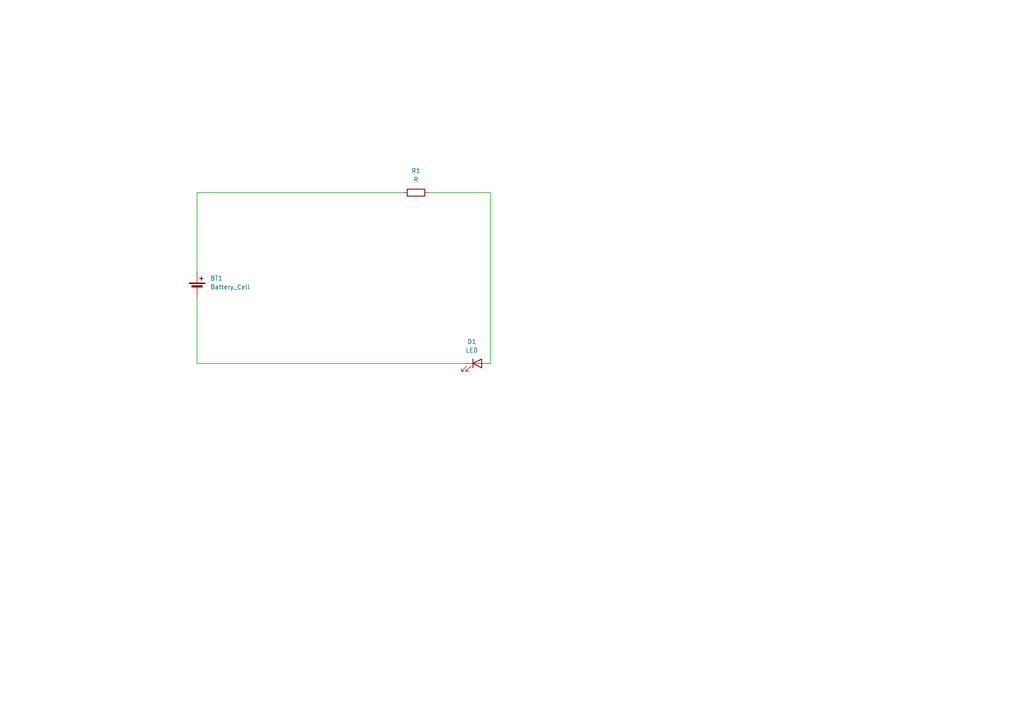
<source format=kicad_sch>
(kicad_sch (version 20231120) (generator "eeschema") (generator_version "8.0")
  (paper "A4")
  (lib_symbols
    (symbol "Device:Battery_Cell" (pin_numbers hide) (pin_names (offset 0) hide)
      (property "Reference" "BT" (at 2.54 2.54 0))
      (property "Value" "Battery_Cell" (at 2.54 0 0))
      (symbol "Battery_Cell_0_1"
        (rectangle (start -2.286 1.778) (end 2.286 1.524) (fill (type outline)))
        (rectangle (start -1.524 1.016) (end 1.524 0.508) (fill (type outline)))
        (polyline (pts (xy 0 0.762) (xy 0 0)))
        (polyline (pts (xy 0 1.778) (xy 0 2.54)))
        (polyline (pts (xy 0.762 3.048) (xy 1.778 3.048)) (stroke (width 0.254)))
        (polyline (pts (xy 1.27 3.556) (xy 1.27 2.54)) (stroke (width 0.254)))
      )
      (symbol "Battery_Cell_1_1"
        (pin passive line (at 0 5.08 270) (length 2.54) (name "+") (number "1"))
        (pin passive line (at 0 -2.54 90) (length 2.54) (name "-") (number "2"))
      )
    )
    (symbol "Device:LED" (pin_numbers hide) (pin_names (offset 1.016) hide)
      (property "Reference" "D" (at 0 2.54 0))
      (property "Value" "LED" (at 0 -2.54 0))
      (symbol "LED_0_1"
        (polyline (pts (xy -1.27 -1.27) (xy -1.27 1.27)) (stroke (width 0.254)))
        (polyline (pts (xy -1.27 0) (xy 1.27 0)))
        (polyline (pts (xy 1.27 -1.27) (xy 1.27 1.27) (xy -1.27 0) (xy 1.27 -1.27)) (stroke (width 0.254)))
        (polyline (pts (xy -3.048 -0.762) (xy -4.572 -2.286) (xy -3.81 -2.286) (xy -4.572 -2.286) (xy -4.572 -1.524)))
        (polyline (pts (xy -1.778 -0.762) (xy -3.302 -2.286) (xy -2.54 -2.286) (xy -3.302 -2.286) (xy -3.302 -1.524)))
      )
      (symbol "LED_1_1"
        (pin passive line (at -3.81 0 0) (length 2.54) (name "K") (number "1"))
        (pin passive line (at 3.81 0 180) (length 2.54) (name "A") (number "2"))
      )
    )
    (symbol "Device:R" (pin_numbers hide) (pin_names (offset 0))
      (property "Reference" "R" (at 2.032 0 90))
      (property "Value" "R" (at 0 0 90))
      (symbol "R_0_1"
        (rectangle (start -1.016 -2.54) (end 1.016 2.54) (stroke (width 0.254)))
      )
      (symbol "R_1_1"
        (pin passive line (at 0 3.81 270) (length 1.27) (name "~") (number "1"))
        (pin passive line (at 0 -3.81 90) (length 1.27) (name "~") (number "2"))
      )
    )
  )
  (wire (pts (xy 57.15 78.74) (xy 57.15 55.88)))
  (wire (pts (xy 57.15 105.41) (xy 57.15 86.36)))
  (wire (pts (xy 142.24 55.88) (xy 142.24 105.41)))
  (wire (pts (xy 134.62 105.41) (xy 57.15 105.41)))
  (wire (pts (xy 57.15 55.88) (xy 116.84 55.88)))
  (wire (pts (xy 124.46 55.88) (xy 142.24 55.88)))
  (symbol (lib_id "Device:LED") (at 138.43 105.41 0) (unit 1)
    (property "Reference" "D1" (at 136.8425 99.06 0))
    (property "Value" "LED" (at 136.8425 101.6 0))
    (property "Footprint" "Diode_SMD:D_0805_2012Metric_Pad1.15x1.40mm_HandSolder" (effects (hide yes)))
    (property "Description" "Light emitting diode" (effects (hide yes)))
  )
  (symbol (lib_id "Device:R") (at 120.65 55.88 90) (unit 1)
    (property "Reference" "R1" (at 120.65 49.53 90))
    (property "Value" "R" (at 120.65 52.07 90))
    (property "Footprint" "Resistor_SMD:R_0805_2012Metric_Pad1.20x1.40mm_HandSolder" (effects (hide yes)))
    (property "Description" "Resistor" (effects (hide yes)))
  )
  (symbol (lib_id "Device:Battery_Cell") (at 57.15 83.82 0) (unit 1)
    (property "Reference" "BT1" (at 60.96 80.7084 0) (effects (justify left)))
    (property "Value" "Battery_Cell" (at 60.96 83.2484 0) (effects (justify left)))
    (property "Footprint" "Battery:BatteryHolder_Seiko_MS621F" (effects (hide yes)))
    (property "Description" "Single-cell battery" (effects (hide yes)))
  )
)
</source>
